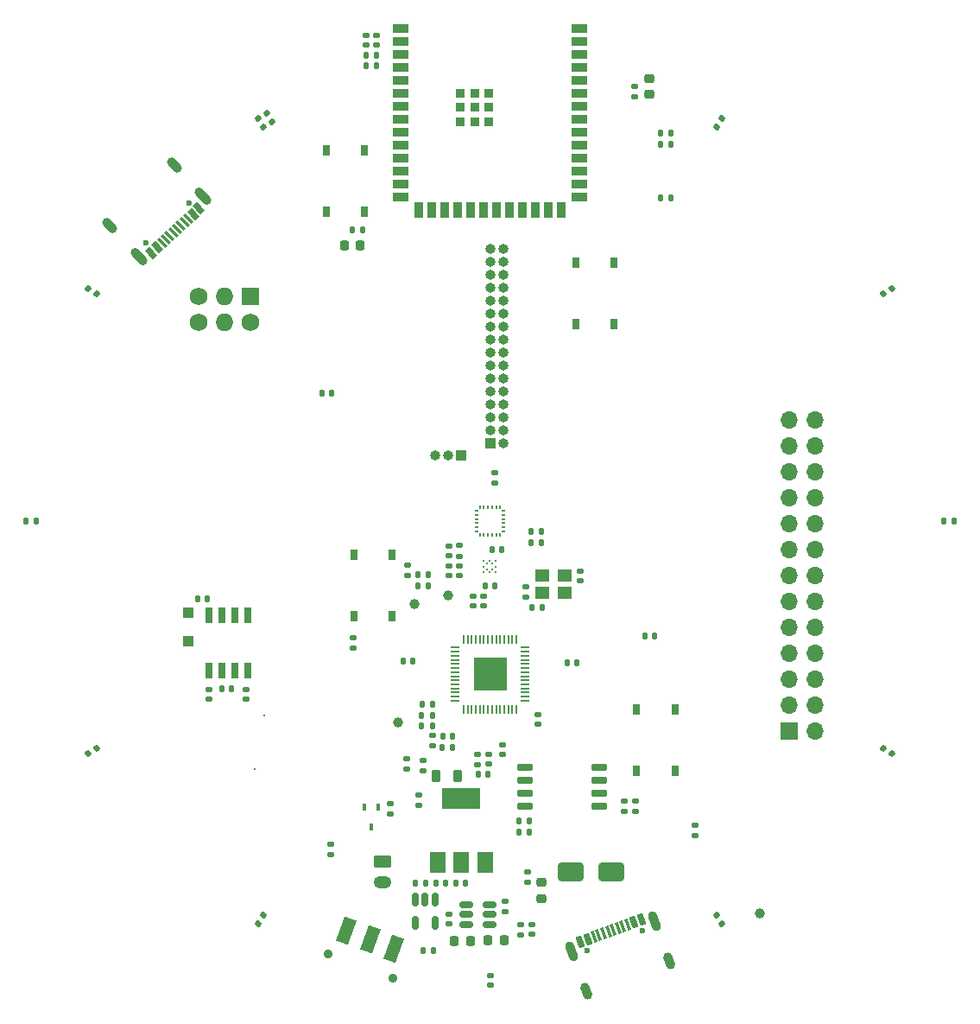
<source format=gbr>
%TF.GenerationSoftware,KiCad,Pcbnew,7.0.3*%
%TF.CreationDate,2023-07-10T12:40:13+02:00*%
%TF.ProjectId,Badge,42616467-652e-46b6-9963-61645f706362,rev?*%
%TF.SameCoordinates,Original*%
%TF.FileFunction,Soldermask,Top*%
%TF.FilePolarity,Negative*%
%FSLAX46Y46*%
G04 Gerber Fmt 4.6, Leading zero omitted, Abs format (unit mm)*
G04 Created by KiCad (PCBNEW 7.0.3) date 2023-07-10 12:40:13*
%MOMM*%
%LPD*%
G01*
G04 APERTURE LIST*
G04 Aperture macros list*
%AMRoundRect*
0 Rectangle with rounded corners*
0 $1 Rounding radius*
0 $2 $3 $4 $5 $6 $7 $8 $9 X,Y pos of 4 corners*
0 Add a 4 corners polygon primitive as box body*
4,1,4,$2,$3,$4,$5,$6,$7,$8,$9,$2,$3,0*
0 Add four circle primitives for the rounded corners*
1,1,$1+$1,$2,$3*
1,1,$1+$1,$4,$5*
1,1,$1+$1,$6,$7*
1,1,$1+$1,$8,$9*
0 Add four rect primitives between the rounded corners*
20,1,$1+$1,$2,$3,$4,$5,0*
20,1,$1+$1,$4,$5,$6,$7,0*
20,1,$1+$1,$6,$7,$8,$9,0*
20,1,$1+$1,$8,$9,$2,$3,0*%
%AMHorizOval*
0 Thick line with rounded ends*
0 $1 width*
0 $2 $3 position (X,Y) of the first rounded end (center of the circle)*
0 $4 $5 position (X,Y) of the second rounded end (center of the circle)*
0 Add line between two ends*
20,1,$1,$2,$3,$4,$5,0*
0 Add two circle primitives to create the rounded ends*
1,1,$1,$2,$3*
1,1,$1,$4,$5*%
%AMRotRect*
0 Rectangle, with rotation*
0 The origin of the aperture is its center*
0 $1 length*
0 $2 width*
0 $3 Rotation angle, in degrees counterclockwise*
0 Add horizontal line*
21,1,$1,$2,0,0,$3*%
%AMFreePoly0*
4,1,6,0.175000,0.019000,0.175000,-0.100000,-0.175000,-0.100000,-0.175000,0.100000,0.094000,0.100000,0.175000,0.019000,0.175000,0.019000,$1*%
%AMFreePoly1*
4,1,6,0.175000,-0.019000,0.094000,-0.100000,-0.175000,-0.100000,-0.175000,0.100000,0.175000,0.100000,0.175000,-0.019000,0.175000,-0.019000,$1*%
%AMFreePoly2*
4,1,6,0.100000,-0.175000,-0.100000,-0.175000,-0.100000,0.094000,-0.019000,0.175000,0.100000,0.175000,0.100000,-0.175000,0.100000,-0.175000,$1*%
%AMFreePoly3*
4,1,6,0.100000,0.094000,0.100000,-0.175000,-0.100000,-0.175000,-0.100000,0.175000,0.019000,0.175000,0.100000,0.094000,0.100000,0.094000,$1*%
%AMFreePoly4*
4,1,6,0.175000,-0.100000,-0.094000,-0.100000,-0.175000,-0.019000,-0.175000,0.100000,0.175000,0.100000,0.175000,-0.100000,0.175000,-0.100000,$1*%
%AMFreePoly5*
4,1,6,0.175000,-0.100000,-0.175000,-0.100000,-0.175000,0.019000,-0.094000,0.100000,0.175000,0.100000,0.175000,-0.100000,0.175000,-0.100000,$1*%
%AMFreePoly6*
4,1,6,0.100000,-0.094000,0.019000,-0.175000,-0.100000,-0.175000,-0.100000,0.175000,0.100000,0.175000,0.100000,-0.094000,0.100000,-0.094000,$1*%
%AMFreePoly7*
4,1,6,0.100000,-0.175000,-0.019000,-0.175000,-0.100000,-0.094000,-0.100000,0.175000,0.100000,0.175000,0.100000,-0.175000,0.100000,-0.175000,$1*%
G04 Aperture macros list end*
%ADD10RoundRect,0.140000X-0.140000X-0.170000X0.140000X-0.170000X0.140000X0.170000X-0.140000X0.170000X0*%
%ADD11RoundRect,0.140000X0.170000X-0.140000X0.170000X0.140000X-0.170000X0.140000X-0.170000X-0.140000X0*%
%ADD12RoundRect,0.135000X0.135000X0.185000X-0.135000X0.185000X-0.135000X-0.185000X0.135000X-0.185000X0*%
%ADD13RoundRect,0.218750X-0.256250X0.218750X-0.256250X-0.218750X0.256250X-0.218750X0.256250X0.218750X0*%
%ADD14RoundRect,0.140000X-0.170000X0.140000X-0.170000X-0.140000X0.170000X-0.140000X0.170000X0.140000X0*%
%ADD15RoundRect,0.135000X0.185000X-0.135000X0.185000X0.135000X-0.185000X0.135000X-0.185000X-0.135000X0*%
%ADD16RoundRect,0.140000X0.206244X0.077224X-0.036244X0.217224X-0.206244X-0.077224X0.036244X-0.217224X0*%
%ADD17R,0.650000X1.525000*%
%ADD18RoundRect,0.140000X0.140000X0.170000X-0.140000X0.170000X-0.140000X-0.170000X0.140000X-0.170000X0*%
%ADD19C,0.600000*%
%ADD20RotRect,0.600000X1.160000X223.000000*%
%ADD21RotRect,0.300000X1.160000X43.000000*%
%ADD22HorizOval,0.900000X0.375099X-0.402245X-0.375099X0.402245X0*%
%ADD23HorizOval,0.900000X0.272799X-0.292541X-0.272799X0.292541X0*%
%ADD24RoundRect,0.140000X-0.217224X0.036244X-0.077224X-0.206244X0.217224X-0.036244X0.077224X0.206244X0*%
%ADD25RoundRect,0.250000X-1.000000X-0.650000X1.000000X-0.650000X1.000000X0.650000X-1.000000X0.650000X0*%
%ADD26RoundRect,0.050000X0.387500X0.050000X-0.387500X0.050000X-0.387500X-0.050000X0.387500X-0.050000X0*%
%ADD27RoundRect,0.050000X0.050000X0.387500X-0.050000X0.387500X-0.050000X-0.387500X0.050000X-0.387500X0*%
%ADD28R,3.200000X3.200000*%
%ADD29FreePoly0,0.000000*%
%ADD30R,0.350000X0.200000*%
%ADD31FreePoly1,0.000000*%
%ADD32FreePoly2,0.000000*%
%ADD33R,0.200000X0.350000*%
%ADD34FreePoly3,0.000000*%
%ADD35FreePoly4,0.000000*%
%ADD36FreePoly5,0.000000*%
%ADD37FreePoly6,0.000000*%
%ADD38FreePoly7,0.000000*%
%ADD39RoundRect,0.150000X-0.150000X0.512500X-0.150000X-0.512500X0.150000X-0.512500X0.150000X0.512500X0*%
%ADD40RoundRect,0.135000X-0.185000X0.135000X-0.185000X-0.135000X0.185000X-0.135000X0.185000X0.135000X0*%
%ADD41RoundRect,0.218750X0.218750X0.256250X-0.218750X0.256250X-0.218750X-0.256250X0.218750X-0.256250X0*%
%ADD42RoundRect,0.135000X-0.135000X-0.185000X0.135000X-0.185000X0.135000X0.185000X-0.135000X0.185000X0*%
%ADD43RoundRect,0.218750X-0.218750X-0.256250X0.218750X-0.256250X0.218750X0.256250X-0.218750X0.256250X0*%
%ADD44C,0.212500*%
%ADD45RoundRect,0.218750X0.256250X-0.218750X0.256250X0.218750X-0.256250X0.218750X-0.256250X-0.218750X0*%
%ADD46RoundRect,0.140000X-0.036244X-0.217224X0.206244X-0.077224X0.036244X0.217224X-0.206244X0.077224X0*%
%ADD47RoundRect,0.140000X-0.206244X-0.077224X0.036244X-0.217224X0.206244X0.077224X-0.036244X0.217224X0*%
%ADD48R,0.750000X1.000000*%
%ADD49RoundRect,0.140000X0.036244X0.217224X-0.206244X0.077224X-0.036244X-0.217224X0.206244X-0.077224X0*%
%ADD50O,1.750000X1.200000*%
%ADD51RoundRect,0.250000X-0.625000X0.350000X-0.625000X-0.350000X0.625000X-0.350000X0.625000X0.350000X0*%
%ADD52RoundRect,0.250000X-0.300000X0.300000X-0.300000X-0.300000X0.300000X-0.300000X0.300000X0.300000X0*%
%ADD53C,1.000000*%
%ADD54R,1.000000X1.000000*%
%ADD55O,1.000000X1.000000*%
%ADD56R,1.500000X2.000000*%
%ADD57R,3.800000X2.000000*%
%ADD58R,1.400000X1.200000*%
%ADD59R,1.500000X0.900000*%
%ADD60R,0.900000X1.500000*%
%ADD61R,0.900000X0.900000*%
%ADD62C,0.900000*%
%ADD63RotRect,1.250000X2.500000X340.000000*%
%ADD64RoundRect,0.140000X0.077224X-0.206244X0.217224X0.036244X-0.077224X0.206244X-0.217224X-0.036244X0*%
%ADD65RoundRect,0.140000X0.217224X-0.036244X0.077224X0.206244X-0.217224X0.036244X-0.077224X-0.206244X0*%
%ADD66C,0.310000*%
%ADD67RotRect,0.600000X1.160000X20.000000*%
%ADD68RotRect,0.300000X1.160000X200.000000*%
%ADD69HorizOval,0.900000X-0.188111X0.516831X0.188111X-0.516831X0*%
%ADD70HorizOval,0.900000X-0.136808X0.375877X0.136808X-0.375877X0*%
%ADD71RoundRect,0.150000X-0.512500X-0.150000X0.512500X-0.150000X0.512500X0.150000X-0.512500X0.150000X0*%
%ADD72RoundRect,0.140000X-0.077224X0.206244X-0.217224X-0.036244X0.077224X-0.206244X0.217224X0.036244X0*%
%ADD73RoundRect,0.150000X0.650000X0.150000X-0.650000X0.150000X-0.650000X-0.150000X0.650000X-0.150000X0*%
%ADD74RoundRect,0.218750X-0.218750X-0.381250X0.218750X-0.381250X0.218750X0.381250X-0.218750X0.381250X0*%
%ADD75R,1.700000X1.700000*%
%ADD76O,1.700000X1.700000*%
%ADD77R,0.450000X0.700000*%
%ADD78R,1.727200X1.727200*%
%ADD79C,1.727200*%
%ADD80O,1.727200X1.727200*%
G04 APERTURE END LIST*
D10*
%TO.C,C16*%
X93380000Y-117990000D03*
X94340000Y-117990000D03*
%TD*%
%TO.C,C26*%
X99530000Y-106340000D03*
X100490000Y-106340000D03*
%TD*%
D11*
%TO.C,C48*%
X72400000Y-117480000D03*
X72400000Y-116520000D03*
%TD*%
D12*
%TO.C,R26*%
X87510000Y-71500000D03*
X86490000Y-71500000D03*
%TD*%
D13*
%TO.C,LED4*%
X115600000Y-56612500D03*
X115600000Y-58187500D03*
%TD*%
D10*
%TO.C,C22*%
X100190000Y-102780000D03*
X101150000Y-102780000D03*
%TD*%
D14*
%TO.C,C50*%
X76100000Y-116520000D03*
X76100000Y-117480000D03*
%TD*%
D12*
%TO.C,R20*%
X94330000Y-120050000D03*
X93310000Y-120050000D03*
%TD*%
D15*
%TO.C,R17*%
X93410000Y-124460000D03*
X93410000Y-123440000D03*
%TD*%
D16*
%TO.C,C38*%
X139415692Y-122740000D03*
X138584308Y-122260000D03*
%TD*%
D17*
%TO.C,IC2*%
X72475000Y-114632000D03*
X73745000Y-114632000D03*
X75015000Y-114632000D03*
X76285000Y-114632000D03*
X76285000Y-109208000D03*
X75015000Y-109208000D03*
X73745000Y-109208000D03*
X72475000Y-109208000D03*
%TD*%
D14*
%TO.C,C10*%
X94330000Y-121020000D03*
X94330000Y-121980000D03*
%TD*%
D18*
%TO.C,C39*%
X145480000Y-100000000D03*
X144520000Y-100000000D03*
%TD*%
D19*
%TO.C,P2*%
X70512510Y-68819488D03*
X66285285Y-72761438D03*
D20*
X71462148Y-69383303D03*
X70877065Y-69928902D03*
D21*
X70036008Y-70713200D03*
X69304654Y-71395198D03*
X68938977Y-71736197D03*
X68207624Y-72418196D03*
D20*
X67366567Y-73202494D03*
X66781484Y-73748093D03*
X66781484Y-73748093D03*
X67366567Y-73202494D03*
D21*
X67841947Y-72759195D03*
X68573301Y-72077197D03*
X69670331Y-71054199D03*
X70401685Y-70372201D03*
D20*
X70877065Y-69928902D03*
X71462148Y-69383303D03*
D22*
X71885705Y-68195280D03*
D23*
X69041772Y-65145535D03*
D22*
X65566809Y-74087746D03*
D23*
X62722876Y-71038001D03*
%TD*%
D24*
%TO.C,C30*%
X78150000Y-60074308D03*
X78630000Y-60905692D03*
%TD*%
D25*
%TO.C,D18*%
X107900000Y-134400000D03*
X111900000Y-134400000D03*
%TD*%
D26*
%TO.C,U4*%
X103437500Y-117600000D03*
X103437500Y-117200000D03*
X103437500Y-116800000D03*
X103437500Y-116400000D03*
X103437500Y-116000000D03*
X103437500Y-115600000D03*
X103437500Y-115200000D03*
X103437500Y-114800000D03*
X103437500Y-114400000D03*
X103437500Y-114000000D03*
X103437500Y-113600000D03*
X103437500Y-113200000D03*
X103437500Y-112800000D03*
X103437500Y-112400000D03*
D27*
X102600000Y-111562500D03*
X102200000Y-111562500D03*
X101800000Y-111562500D03*
X101400000Y-111562500D03*
X101000000Y-111562500D03*
X100600000Y-111562500D03*
X100200000Y-111562500D03*
X99800000Y-111562500D03*
X99400000Y-111562500D03*
X99000000Y-111562500D03*
X98600000Y-111562500D03*
X98200000Y-111562500D03*
X97800000Y-111562500D03*
X97400000Y-111562500D03*
D26*
X96562500Y-112400000D03*
X96562500Y-112800000D03*
X96562500Y-113200000D03*
X96562500Y-113600000D03*
X96562500Y-114000000D03*
X96562500Y-114400000D03*
X96562500Y-114800000D03*
X96562500Y-115200000D03*
X96562500Y-115600000D03*
X96562500Y-116000000D03*
X96562500Y-116400000D03*
X96562500Y-116800000D03*
X96562500Y-117200000D03*
X96562500Y-117600000D03*
D27*
X97400000Y-118437500D03*
X97800000Y-118437500D03*
X98200000Y-118437500D03*
X98600000Y-118437500D03*
X99000000Y-118437500D03*
X99400000Y-118437500D03*
X99800000Y-118437500D03*
X100200000Y-118437500D03*
X100600000Y-118437500D03*
X101000000Y-118437500D03*
X101400000Y-118437500D03*
X101800000Y-118437500D03*
X102200000Y-118437500D03*
X102600000Y-118437500D03*
D28*
X100000000Y-115000000D03*
%TD*%
D10*
%TO.C,C33*%
X54520000Y-100000000D03*
X55480000Y-100000000D03*
%TD*%
D29*
%TO.C,U5*%
X98665000Y-99000000D03*
D30*
X98665000Y-99400000D03*
X98665000Y-99800000D03*
X98665000Y-100200000D03*
X98665000Y-100600000D03*
D31*
X98665000Y-101000000D03*
D32*
X99000000Y-101335000D03*
D33*
X99400000Y-101335000D03*
X99800000Y-101335000D03*
X100200000Y-101335000D03*
X100600000Y-101335000D03*
D34*
X101000000Y-101335000D03*
D35*
X101335000Y-101000000D03*
D30*
X101335000Y-100600000D03*
X101335000Y-100200000D03*
X101335000Y-99800000D03*
X101335000Y-99400000D03*
D36*
X101335000Y-99000000D03*
D37*
X101000000Y-98665000D03*
D33*
X100600000Y-98665000D03*
X100200000Y-98665000D03*
X99800000Y-98665000D03*
X99400000Y-98665000D03*
D38*
X99000000Y-98665000D03*
%TD*%
D39*
%TO.C,U8*%
X94590000Y-137102500D03*
X93640000Y-137102500D03*
X92690000Y-137102500D03*
X92690000Y-139377500D03*
X94590000Y-139377500D03*
%TD*%
D40*
%TO.C,R6*%
X86600000Y-111390000D03*
X86600000Y-112410000D03*
%TD*%
%TO.C,R15*%
X90230000Y-127710000D03*
X90230000Y-128730000D03*
%TD*%
D41*
%TO.C,LED7*%
X98077500Y-141130000D03*
X96502500Y-141130000D03*
%TD*%
D42*
%TO.C,R9*%
X103990000Y-102100000D03*
X105010000Y-102100000D03*
%TD*%
D43*
%TO.C,LED8*%
X99822500Y-141100000D03*
X101397500Y-141100000D03*
%TD*%
%TO.C,LED2*%
X85712500Y-73000000D03*
X87287500Y-73000000D03*
%TD*%
D12*
%TO.C,R31*%
X93680000Y-135500000D03*
X92660000Y-135500000D03*
%TD*%
D42*
%TO.C,R19*%
X93310000Y-119020000D03*
X94330000Y-119020000D03*
%TD*%
D15*
%TO.C,R32*%
X102980000Y-140530000D03*
X102980000Y-139510000D03*
%TD*%
D18*
%TO.C,C14*%
X108520000Y-113860000D03*
X107560000Y-113860000D03*
%TD*%
D10*
%TO.C,C42*%
X96630000Y-135500000D03*
X97590000Y-135500000D03*
%TD*%
D40*
%TO.C,R24*%
X100450000Y-95280000D03*
X100450000Y-96300000D03*
%TD*%
D44*
%TO.C,U6*%
X99399000Y-103899000D03*
X99965000Y-103899000D03*
X100531000Y-103899000D03*
X99682000Y-104182000D03*
X100248000Y-104182000D03*
X99399000Y-104465000D03*
X100531000Y-104465000D03*
X99682000Y-104748000D03*
X100248000Y-104748000D03*
X99399000Y-105031000D03*
X99965000Y-105031000D03*
X100531000Y-105031000D03*
%TD*%
D45*
%TO.C,LED3*%
X105010000Y-137007500D03*
X105010000Y-135432500D03*
%TD*%
D46*
%TO.C,C34*%
X60584308Y-122740000D03*
X61415692Y-122260000D03*
%TD*%
D47*
%TO.C,C32*%
X60584308Y-77260000D03*
X61415692Y-77740000D03*
%TD*%
D12*
%TO.C,R30*%
X94450000Y-142050000D03*
X93430000Y-142050000D03*
%TD*%
D48*
%TO.C,SW2*%
X90395000Y-103320000D03*
X90395000Y-109320000D03*
X86645000Y-103320000D03*
X86645000Y-109320000D03*
%TD*%
D49*
%TO.C,C40*%
X139415692Y-77260000D03*
X138584308Y-77740000D03*
%TD*%
D18*
%TO.C,C19*%
X84480000Y-87440000D03*
X83520000Y-87440000D03*
%TD*%
D14*
%TO.C,C47*%
X104100000Y-139530000D03*
X104100000Y-140490000D03*
%TD*%
D50*
%TO.C,BT1*%
X89450000Y-135380000D03*
D51*
X89450000Y-133380000D03*
%TD*%
D10*
%TO.C,C2*%
X102850000Y-129410000D03*
X103810000Y-129410000D03*
%TD*%
D11*
%TO.C,C15*%
X104680000Y-119930000D03*
X104680000Y-118970000D03*
%TD*%
D52*
%TO.C,D17*%
X70430000Y-109000000D03*
X70430000Y-111800000D03*
%TD*%
D12*
%TO.C,R22*%
X117710000Y-68300000D03*
X116690000Y-68300000D03*
%TD*%
D53*
%TO.C,TP4*%
X92630000Y-108150000D03*
%TD*%
D54*
%TO.C,J5*%
X100000000Y-92400000D03*
D55*
X101270000Y-92400000D03*
X100000000Y-91130000D03*
X101270000Y-91130000D03*
X100000000Y-89860000D03*
X101270000Y-89860000D03*
X100000000Y-88590000D03*
X101270000Y-88590000D03*
X100000000Y-87320000D03*
X101270000Y-87320000D03*
X100000000Y-86050000D03*
X101270000Y-86050000D03*
X100000000Y-84780000D03*
X101270000Y-84780000D03*
X100000000Y-83510000D03*
X101270000Y-83510000D03*
X100000000Y-82240000D03*
X101270000Y-82240000D03*
X100000000Y-80970000D03*
X101270000Y-80970000D03*
X100000000Y-79700000D03*
X101270000Y-79700000D03*
X100000000Y-78430000D03*
X101270000Y-78430000D03*
X100000000Y-77160000D03*
X101270000Y-77160000D03*
X100000000Y-75890000D03*
X101270000Y-75890000D03*
X100000000Y-74620000D03*
X101270000Y-74620000D03*
X100000000Y-73350000D03*
X101270000Y-73350000D03*
%TD*%
D11*
%TO.C,C17*%
X98810000Y-123840000D03*
X98810000Y-122880000D03*
%TD*%
D42*
%TO.C,R8*%
X92950000Y-106320000D03*
X93970000Y-106320000D03*
%TD*%
D24*
%TO.C,C31*%
X77260000Y-60584308D03*
X77740000Y-61415692D03*
%TD*%
D56*
%TO.C,U2*%
X94900000Y-133450000D03*
X97200000Y-133450000D03*
D57*
X97200000Y-127150000D03*
D56*
X99500000Y-133450000D03*
%TD*%
D11*
%TO.C,C29*%
X88840000Y-53380000D03*
X88840000Y-52420000D03*
%TD*%
D10*
%TO.C,C49*%
X73720000Y-116400000D03*
X74680000Y-116400000D03*
%TD*%
D58*
%TO.C,Y1*%
X105090000Y-107020000D03*
X107290000Y-107020000D03*
X107290000Y-105320000D03*
X105090000Y-105320000D03*
%TD*%
D12*
%TO.C,R16*%
X103850000Y-130510000D03*
X102830000Y-130510000D03*
%TD*%
D42*
%TO.C,R14*%
X116690000Y-63100000D03*
X117710000Y-63100000D03*
%TD*%
D53*
%TO.C,TP2*%
X90960000Y-119760000D03*
%TD*%
%TO.C,TP1*%
X126490000Y-138470000D03*
%TD*%
D59*
%TO.C,U7*%
X91250000Y-51740000D03*
X91250000Y-53010000D03*
X91250000Y-54280000D03*
X91250000Y-55550000D03*
X91250000Y-56820000D03*
X91250000Y-58090000D03*
X91250000Y-59360000D03*
X91250000Y-60630000D03*
X91250000Y-61900000D03*
X91250000Y-63170000D03*
X91250000Y-64440000D03*
X91250000Y-65710000D03*
X91250000Y-66980000D03*
X91250000Y-68250000D03*
D60*
X93015000Y-69500000D03*
X94285000Y-69500000D03*
X95555000Y-69500000D03*
X96825000Y-69500000D03*
X98095000Y-69500000D03*
X99365000Y-69500000D03*
X100635000Y-69500000D03*
X101905000Y-69500000D03*
X103175000Y-69500000D03*
X104445000Y-69500000D03*
X105715000Y-69500000D03*
X106985000Y-69500000D03*
D59*
X108750000Y-68250000D03*
X108750000Y-66980000D03*
X108750000Y-65710000D03*
X108750000Y-64440000D03*
X108750000Y-63170000D03*
X108750000Y-61900000D03*
X108750000Y-60630000D03*
X108750000Y-59360000D03*
X108750000Y-58090000D03*
X108750000Y-56820000D03*
X108750000Y-55550000D03*
X108750000Y-54280000D03*
X108750000Y-53010000D03*
X108750000Y-51740000D03*
D61*
X97100000Y-58060000D03*
X97100000Y-59460000D03*
X97100000Y-60860000D03*
X98500000Y-58060000D03*
X98500000Y-59460000D03*
X98500000Y-60860000D03*
X99900000Y-58060000D03*
X99900000Y-59460000D03*
X99900000Y-60860000D03*
%TD*%
D62*
%TO.C,SW9*%
X84105045Y-142437132D03*
X90494955Y-144762868D03*
D63*
X90589787Y-141870896D03*
X88240555Y-141015845D03*
X85891324Y-140160795D03*
%TD*%
D14*
%TO.C,C13*%
X99370000Y-107350000D03*
X99370000Y-108310000D03*
%TD*%
D42*
%TO.C,R25*%
X87830000Y-54370000D03*
X88850000Y-54370000D03*
%TD*%
D14*
%TO.C,C24*%
X97020000Y-104370000D03*
X97020000Y-105330000D03*
%TD*%
D15*
%TO.C,R33*%
X101480000Y-138310000D03*
X101480000Y-137290000D03*
%TD*%
D18*
%TO.C,C51*%
X72280000Y-107640000D03*
X71320000Y-107640000D03*
%TD*%
D40*
%TO.C,R11*%
X103660000Y-134400000D03*
X103660000Y-135420000D03*
%TD*%
D18*
%TO.C,C6*%
X99800000Y-124820000D03*
X98840000Y-124820000D03*
%TD*%
D64*
%TO.C,C35*%
X77260000Y-139415692D03*
X77740000Y-138584308D03*
%TD*%
D11*
%TO.C,C18*%
X99860000Y-123830000D03*
X99860000Y-122870000D03*
%TD*%
D65*
%TO.C,C37*%
X122740000Y-139415692D03*
X122260000Y-138584308D03*
%TD*%
D66*
%TO.C,A1*%
X76933733Y-124266519D03*
X77828195Y-119056385D03*
%TD*%
D10*
%TO.C,C12*%
X91490000Y-113690000D03*
X92450000Y-113690000D03*
%TD*%
D11*
%TO.C,C36*%
X100000000Y-145480000D03*
X100000000Y-144520000D03*
%TD*%
%TO.C,C28*%
X87840000Y-53380000D03*
X87840000Y-52420000D03*
%TD*%
D18*
%TO.C,C21*%
X105000000Y-101000000D03*
X104040000Y-101000000D03*
%TD*%
D15*
%TO.C,R3*%
X113190000Y-128440000D03*
X113190000Y-127420000D03*
%TD*%
D11*
%TO.C,C8*%
X98340000Y-108310000D03*
X98340000Y-107350000D03*
%TD*%
D18*
%TO.C,C5*%
X95630000Y-135500000D03*
X94670000Y-135500000D03*
%TD*%
D11*
%TO.C,C9*%
X101210000Y-122890000D03*
X101210000Y-121930000D03*
%TD*%
D54*
%TO.C,J6*%
X97165000Y-93540000D03*
D55*
X95895000Y-93540000D03*
X94625000Y-93540000D03*
%TD*%
D18*
%TO.C,C7*%
X96300000Y-122150000D03*
X95340000Y-122150000D03*
%TD*%
D19*
%TO.C,P1*%
X109489091Y-142103653D03*
X114920514Y-140126776D03*
D67*
X108835245Y-141213605D03*
X109586999Y-140939989D03*
D68*
X110667646Y-140546666D03*
X111607338Y-140204646D03*
X112077185Y-140033635D03*
X113016877Y-139691615D03*
D67*
X114097524Y-139298292D03*
X114849278Y-139024676D03*
X114849278Y-139024676D03*
X114097524Y-139298292D03*
D68*
X113486724Y-139520605D03*
X112547031Y-139862625D03*
X111137492Y-140375656D03*
X110197799Y-140717676D03*
D67*
X109586999Y-140939989D03*
X108835245Y-141213605D03*
D69*
X107981161Y-142141689D03*
D70*
X109407385Y-146060207D03*
D69*
X116100105Y-139186635D03*
D70*
X117526329Y-143105153D03*
%TD*%
D71*
%TO.C,U9*%
X97668500Y-137610000D03*
X97668500Y-138560000D03*
X97668500Y-139510000D03*
X99943500Y-139510000D03*
X99943500Y-138560000D03*
X99943500Y-137610000D03*
%TD*%
D11*
%TO.C,C52*%
X96000000Y-139480000D03*
X96000000Y-138520000D03*
%TD*%
D72*
%TO.C,C41*%
X122740000Y-60584308D03*
X122260000Y-61415692D03*
%TD*%
D14*
%TO.C,C23*%
X95990000Y-104380000D03*
X95990000Y-105340000D03*
%TD*%
%TO.C,C4*%
X103520000Y-106460000D03*
X103520000Y-107420000D03*
%TD*%
D40*
%TO.C,R2*%
X91910000Y-104310000D03*
X91910000Y-105330000D03*
%TD*%
%TO.C,R13*%
X120070000Y-129840000D03*
X120070000Y-130860000D03*
%TD*%
D73*
%TO.C,U1*%
X110670000Y-127905000D03*
X110670000Y-126635000D03*
X110670000Y-125365000D03*
X110670000Y-124095000D03*
X103470000Y-124095000D03*
X103470000Y-125365000D03*
X103470000Y-126635000D03*
X103470000Y-127905000D03*
%TD*%
D42*
%TO.C,R12*%
X92930000Y-105250000D03*
X93950000Y-105250000D03*
%TD*%
D74*
%TO.C,L1*%
X94737500Y-125000000D03*
X96862500Y-125000000D03*
%TD*%
D15*
%TO.C,R1*%
X114280000Y-128440000D03*
X114280000Y-127420000D03*
%TD*%
%TO.C,R23*%
X97010000Y-103430000D03*
X97010000Y-102410000D03*
%TD*%
D53*
%TO.C,TP3*%
X95920000Y-107290000D03*
%TD*%
D18*
%TO.C,C11*%
X96310000Y-121070000D03*
X95350000Y-121070000D03*
%TD*%
D48*
%TO.C,SW1*%
X118125000Y-118460000D03*
X118125000Y-124460000D03*
X114375000Y-118460000D03*
X114375000Y-124460000D03*
%TD*%
D11*
%TO.C,C43*%
X93040000Y-127830000D03*
X93040000Y-126870000D03*
%TD*%
D14*
%TO.C,C25*%
X95990000Y-102460000D03*
X95990000Y-103420000D03*
%TD*%
D48*
%TO.C,SW7*%
X83925000Y-69700000D03*
X83925000Y-63700000D03*
X87675000Y-69700000D03*
X87675000Y-63700000D03*
%TD*%
D42*
%TO.C,R21*%
X116690000Y-62000000D03*
X117710000Y-62000000D03*
%TD*%
D40*
%TO.C,R27*%
X114200000Y-57390000D03*
X114200000Y-58410000D03*
%TD*%
D12*
%TO.C,R7*%
X105090000Y-108430000D03*
X104070000Y-108430000D03*
%TD*%
D18*
%TO.C,C20*%
X116120000Y-111290000D03*
X115160000Y-111290000D03*
%TD*%
D75*
%TO.C,J4*%
X129340000Y-120560000D03*
D76*
X131880000Y-120560000D03*
X129340000Y-118020000D03*
X131880000Y-118020000D03*
X129340000Y-115480000D03*
X131880000Y-115480000D03*
X129340000Y-112940000D03*
X131880000Y-112940000D03*
X129340000Y-110400000D03*
X131880000Y-110400000D03*
X129340000Y-107860000D03*
X131880000Y-107860000D03*
X129340000Y-105320000D03*
X131880000Y-105320000D03*
X129340000Y-102780000D03*
X131880000Y-102780000D03*
X129340000Y-100240000D03*
X131880000Y-100240000D03*
X129340000Y-97700000D03*
X131880000Y-97700000D03*
X129340000Y-95160000D03*
X131880000Y-95160000D03*
X129340000Y-92620000D03*
X131880000Y-92620000D03*
X129340000Y-90080000D03*
X131880000Y-90080000D03*
%TD*%
D40*
%TO.C,R18*%
X91820000Y-123300000D03*
X91820000Y-124320000D03*
%TD*%
D11*
%TO.C,C3*%
X108870000Y-105860000D03*
X108870000Y-104900000D03*
%TD*%
D48*
%TO.C,SW4*%
X108425000Y-80700000D03*
X108425000Y-74700000D03*
X112175000Y-80700000D03*
X112175000Y-74700000D03*
%TD*%
D77*
%TO.C,Q2*%
X89000000Y-128000000D03*
X87700000Y-128000000D03*
X88350000Y-130000000D03*
%TD*%
D15*
%TO.C,R10*%
X84400000Y-132660000D03*
X84400000Y-131640000D03*
%TD*%
D10*
%TO.C,C27*%
X87870000Y-55400000D03*
X88830000Y-55400000D03*
%TD*%
D78*
%TO.C,X1*%
X76530000Y-77960000D03*
D79*
X76530000Y-80500000D03*
D80*
X73990000Y-77960000D03*
X73990000Y-80500000D03*
D79*
X71450000Y-77960000D03*
X71450000Y-80500000D03*
%TD*%
M02*

</source>
